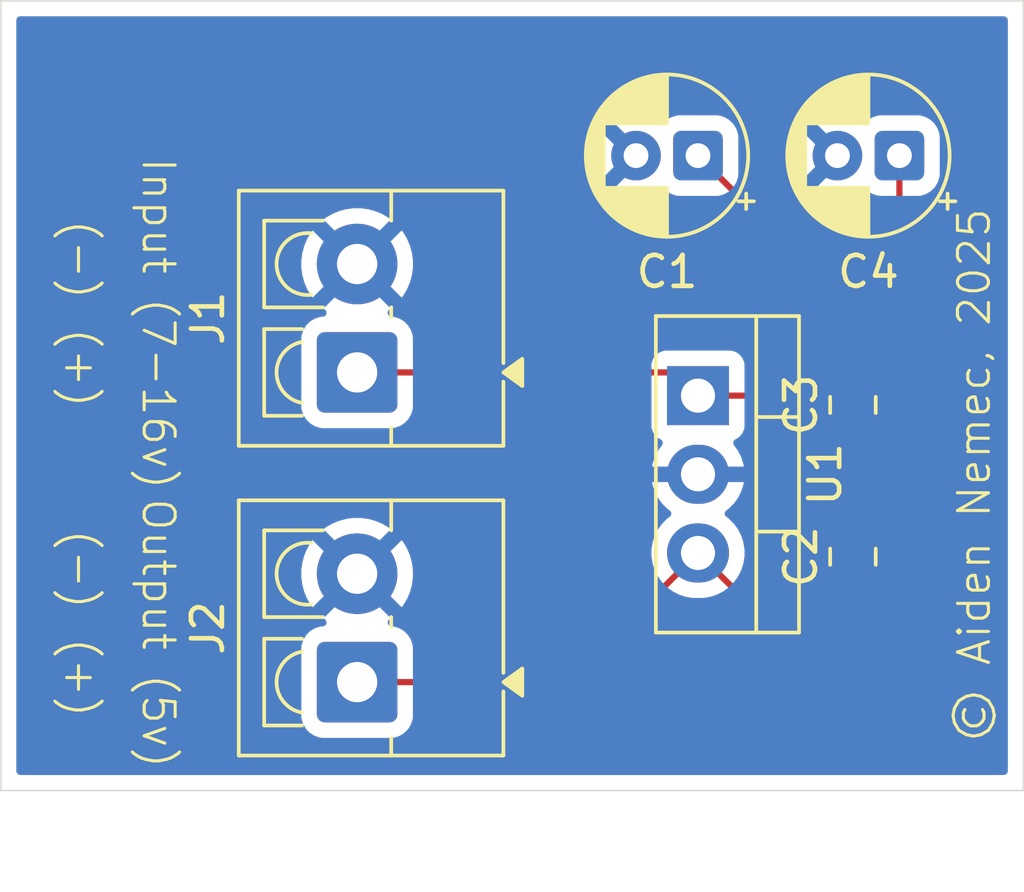
<source format=kicad_pcb>
(kicad_pcb (version 20241229) (generator "pcbnew") (generator_version "9.0")
  (layers (0 "F.Cu" signal) (2 "B.Cu" signal) (13 "F.Paste" user) (15 "B.Paste" user) (5 "F.SilkS" user "F.Silkscreen") (7 "B.SilkS" user "B.Silkscreen") (1 "F.Mask" user) (3 "B.Mask" user) (25 "Edge.Cuts" user))
  (net 0 "")
  (net 1 "GND")
  (net 2 "+12V")
  (net 3 "+5V")
  (net 4 "Net-(C1-Pad1)")
  (net 5 "Net-(C2-Pad2)")
  (footprint "Capacitor_SMD:C_0805_2012Metric" (layer "F.Cu") (at 40 58.95 90)
    (property "Reference" "C2" (at 0 -1.68 90) (layer "F.SilkS"))
    (property "Value" ".1 uF")
    (fp_line (start -0.261252 -0.735) (end 0.261252 -0.735) (stroke (width 0.12)) (layer "F.SilkS"))
    (fp_line (start -0.261252 0.735) (end 0.261252 0.735) (stroke (width 0.12)) (layer "F.SilkS"))
    (pad "1" smd roundrect (at -0.95 0 90) (size 1 1.45) (layers "F.Cu" "F.Mask" "F.Paste") (net 3 "+5V"))
    (pad "2" smd roundrect (at 0.95 0 90) (size 1 1.45) (layers "F.Cu" "F.Mask" "F.Paste") (net 5 "Net-(C2-Pad2)"))
  )
  (footprint "Capacitor_THT:CP_Radial_D5.0mm_P2.00mm" (layer "F.Cu") (at 41.5 46 180)
    (property "Reference" "C4" (at 1 -3.75 0) (layer "F.SilkS"))
    (property "Value" "47 uF")
    (fp_line (start 3.6 -0.283) (end 3.6 0.283) (stroke (width 0.12)) (layer "F.SilkS"))
    (fp_line (start 3.56 -0.517) (end 3.56 0.517) (stroke (width 0.12)) (layer "F.SilkS"))
    (fp_line (start 3.52 -0.677) (end 3.52 0.677) (stroke (width 0.12)) (layer "F.SilkS"))
    (fp_line (start 3.48 -0.805) (end 3.48 0.805) (stroke (width 0.12)) (layer "F.SilkS"))
    (fp_line (start 3.44 -0.914) (end 3.44 0.914) (stroke (width 0.12)) (layer "F.SilkS"))
    (fp_line (start 3.4 -1.011) (end 3.4 1.011) (stroke (width 0.12)) (layer "F.SilkS"))
    (fp_line (start 3.36 -1.098) (end 3.36 1.098) (stroke (width 0.12)) (layer "F.SilkS"))
    (fp_line (start 3.32 -1.177) (end 3.32 1.177) (stroke (width 0.12)) (layer "F.SilkS"))
    (fp_line (start 3.28 -1.251) (end 3.28 1.251) (stroke (width 0.12)) (layer "F.SilkS"))
    (fp_line (start 3.24 -1.319) (end 3.24 1.319) (stroke (width 0.12)) (layer "F.SilkS"))
    (fp_line (start 3.2 -1.383) (end 3.2 1.383) (stroke (width 0.12)) (layer "F.SilkS"))
    (fp_line (start 3.16 -1.443) (end 3.16 1.443) (stroke (width 0.12)) (layer "F.SilkS"))
    (fp_line (start 3.12 -1.499) (end 3.12 1.499) (stroke (width 0.12)) (layer "F.SilkS"))
    (fp_line (start 3.08 -1.553) (end 3.08 1.553) (stroke (width 0.12)) (layer "F.SilkS"))
    (fp_line (start 3.04 -1.604) (end 3.04 1.604) (stroke (width 0.12)) (layer "F.SilkS"))
    (fp_line (start 3 1.04) (end 3 1.652) (stroke (width 0.12)) (layer "F.SilkS"))
    (fp_line (start 3 -1.652) (end 3 -1.04) (stroke (width 0.12)) (layer "F.SilkS"))
    (fp_line (start 2.96 1.04) (end 2.96 1.699) (stroke (width 0.12)) (layer "F.SilkS"))
    (fp_line (start 2.96 -1.699) (end 2.96 -1.04) (stroke (width 0.12)) (layer "F.SilkS"))
    (fp_line (start 2.92 1.04) (end 2.92 1.743) (stroke (width 0.12)) (layer "F.SilkS"))
    (fp_line (start 2.92 -1.743) (end 2.92 -1.04) (stroke (width 0.12)) (layer "F.SilkS"))
    (fp_line (start 2.88 1.04) (end 2.88 1.785) (stroke (width 0.12)) (layer "F.SilkS"))
    (fp_line (start 2.88 -1.785) (end 2.88 -1.04) (stroke (width 0.12)) (layer "F.SilkS"))
    (fp_line (start 2.84 1.04) (end 2.84 1.825) (stroke (width 0.12)) (layer "F.SilkS"))
    (fp_line (start 2.84 -1.825) (end 2.84 -1.04) (stroke (width 0.12)) (layer "F.SilkS"))
    (fp_line (start 2.8 1.04) (end 2.8 1.864) (stroke (width 0.12)) (layer "F.SilkS"))
    (fp_line (start 2.8 -1.864) (end 2.8 -1.04) (stroke (width 0.12)) (layer "F.SilkS"))
    (fp_line (start 2.76 1.04) (end 2.76 1.901) (stroke (width 0.12)) (layer "F.SilkS"))
    (fp_line (start 2.76 -1.901) (end 2.76 -1.04) (stroke (width 0.12)) (layer "F.SilkS"))
    (fp_line (start 2.72 1.04) (end 2.72 1.936) (stroke (width 0.12)) (layer "F.SilkS"))
    (fp_line (start 2.72 -1.936) (end 2.72 -1.04) (stroke (width 0.12)) (layer "F.SilkS"))
    (fp_line (start 2.68 1.04) (end 2.68 1.97) (stroke (width 0.12)) (layer "F.SilkS"))
    (fp_line (start 2.68 -1.97) (end 2.68 -1.04) (stroke (width 0.12)) (layer "F.SilkS"))
    (fp_line (start 2.64 1.04) (end 2.64 2.003) (stroke (width 0.12)) (layer "F.SilkS"))
    (fp_line (start 2.64 -2.003) (end 2.64 -1.04) (stroke (width 0.12)) (layer "F.SilkS"))
    (fp_line (start 2.6 1.04) (end 2.6 2.035) (stroke (width 0.12)) (layer "F.SilkS"))
    (fp_line (start 2.6 -2.035) (end 2.6 -1.04) (stroke (width 0.12)) (layer "F.SilkS"))
    (fp_line (start 2.56 1.04) (end 2.56 2.065) (stroke (width 0.12)) (layer "F.SilkS"))
    (fp_line (start 2.56 -2.065) (end 2.56 -1.04) (stroke (width 0.12)) (layer "F.SilkS"))
    (fp_line (start 2.52 1.04) (end 2.52 2.094) (stroke (width 0.12)) (layer "F.SilkS"))
    (fp_line (start 2.52 -2.094) (end 2.52 -1.04) (stroke (width 0.12)) (layer "F.SilkS"))
    (fp_line (start 2.48 1.04) (end 2.48 2.122) (stroke (width 0.12)) (layer "F.SilkS"))
    (fp_line (start 2.48 -2.122) (end 2.48 -1.04) (stroke (width 0.12)) (layer "F.SilkS"))
    (fp_line (start 2.44 1.04) (end 2.44 2.149) (stroke (width 0.12)) (layer "F.SilkS"))
    (fp_line (start 2.44 -2.149) (end 2.44 -1.04) (stroke (width 0.12)) (layer "F.SilkS"))
    (fp_line (start 2.4 1.04) (end 2.4 2.175) (stroke (width 0.12)) (layer "F.SilkS"))
    (fp_line (start 2.4 -2.175) (end 2.4 -1.04) (stroke (width 0.12)) (layer "F.SilkS"))
    (fp_line (start 2.36 1.04) (end 2.36 2.199) (stroke (width 0.12)) (layer "F.SilkS"))
    (fp_line (start 2.36 -2.199) (end 2.36 -1.04) (stroke (width 0.12)) (layer "F.SilkS"))
    (fp_line (start 2.32 1.04) (end 2.32 2.223) (stroke (width 0.12)) (layer "F.SilkS"))
    (fp_line (start 2.32 -2.223) (end 2.32 -1.04) (stroke (width 0.12)) (layer "F.SilkS"))
    (fp_line (start 2.28 1.04) (end 2.28 2.246) (stroke (width 0.12)) (layer "F.SilkS"))
    (fp_line (start 2.28 -2.246) (end 2.28 -1.04) (stroke (width 0.12)) (layer "F.SilkS"))
    (fp_line (start 2.24 1.04) (end 2.24 2.268) (stroke (width 0.12)) (layer "F.SilkS"))
    (fp_line (start 2.24 -2.268) (end 2.24 -1.04) (stroke (width 0.12)) (layer "F.SilkS"))
    (fp_line (start 2.2 1.04) (end 2.2 2.289) (stroke (width 0.12)) (layer "F.SilkS"))
    (fp_line (start 2.2 -2.289) (end 2.2 -1.04) (stroke (width 0.12)) (layer "F.SilkS"))
    (fp_line (start 2.16 1.04) (end 2.16 2.309) (stroke (width 0.12)) (layer "F.SilkS"))
    (fp_line (start 2.16 -2.309) (end 2.16 -1.04) (stroke (width 0.12)) (layer "F.SilkS"))
    (fp_line (start 2.12 1.04) (end 2.12 2.329) (stroke (width 0.12)) (layer "F.SilkS"))
    (fp_line (start 2.12 -2.329) (end 2.12 -1.04) (stroke (width 0.12)) (layer "F.SilkS"))
    (fp_line (start 2.08 1.04) (end 2.08 2.347) (stroke (width 0.12)) (layer "F.SilkS"))
    (fp_line (start 2.08 -2.347) (end 2.08 -1.04) (stroke (width 0.12)) (layer "F.SilkS"))
    (fp_line (start 2.04 1.04) (end 2.04 2.365) (stroke (width 0.12)) (layer "F.SilkS"))
    (fp_line (start 2.04 -2.365) (end 2.04 -1.04) (stroke (width 0.12)) (layer "F.SilkS"))
    (fp_line (start 2 1.04) (end 2 2.382) (stroke (width 0.12)) (layer "F.SilkS"))
    (fp_line (start 2 -2.382) (end 2 -1.04) (stroke (width 0.12)) (layer "F.SilkS"))
    (fp_line (start 1.96 1.04) (end 1.96 2.398) (stroke (width 0.12)) (layer "F.SilkS"))
    (fp_line (start 1.96 -2.398) (end 1.96 -1.04) (stroke (width 0.12)) (layer "F.SilkS"))
    (fp_line (start 1.92 1.04) (end 1.92 2.413) (stroke (width 0.12)) (layer "F.SilkS"))
    (fp_line (start 1.92 -2.413) (end 1.92 -1.04) (stroke (width 0.12)) (layer "F.SilkS"))
    (fp_line (start 1.88 1.04) (end 1.88 2.428) (stroke (width 0.12)) (layer "F.SilkS"))
    (fp_line (start 1.88 -2.428) (end 1.88 -1.04) (stroke (width 0.12)) (layer "F.SilkS"))
    (fp_line (start 1.84 1.04) (end 1.84 2.442) (stroke (width 0.12)) (layer "F.SilkS"))
    (fp_line (start 1.84 -2.442) (end 1.84 -1.04) (stroke (width 0.12)) (layer "F.SilkS"))
    (fp_line (start 1.8 1.04) (end 1.8 2.455) (stroke (width 0.12)) (layer "F.SilkS"))
    (fp_line (start 1.8 -2.455) (end 1.8 -1.04) (stroke (width 0.12)) (layer "F.SilkS"))
    (fp_line (start 1.76 1.04) (end 1.76 2.467) (stroke (width 0.12)) (layer "F.SilkS"))
    (fp_line (start 1.76 -2.467) (end 1.76 -1.04) (stroke (width 0.12)) (layer "F.SilkS"))
    (fp_line (start 1.72 1.04) (end 1.72 2.479) (stroke (width 0.12)) (layer "F.SilkS"))
    (fp_line (start 1.72 -2.479) (end 1.72 -1.04) (stroke (width 0.12)) (layer "F.SilkS"))
    (fp_line (start 1.68 1.04) (end 1.68 2.49) (stroke (width 0.12)) (layer "F.SilkS"))
    (fp_line (start 1.68 -2.49) (end 1.68 -1.04) (stroke (width 0.12)) (layer "F.SilkS"))
    (fp_line (start 1.64 1.04) (end 1.64 2.501) (stroke (width 0.12)) (layer "F.SilkS"))
    (fp_line (start 1.64 -2.501) (end 1.64 -1.04) (stroke (width 0.12)) (layer "F.SilkS"))
    (fp_line (start 1.6 1.04) (end 1.6 2.51) (stroke (width 0.12)) (layer "F.SilkS"))
    (fp_line (start 1.6 -2.51) (end 1.6 -1.04) (stroke (width 0.12)) (layer "F.SilkS"))
    (fp_line (start 1.56 1.04) (end 1.56 2.519) (stroke (width 0.12)) (layer "F.SilkS"))
    (fp_line (start 1.56 -2.519) (end 1.56 -1.04) (stroke (width 0.12)) (layer "F.SilkS"))
    (fp_line (start 1.52 1.04) (end 1.52 2.528) (stroke (width 0.12)) (layer "F.SilkS"))
    (fp_line (start 1.52 -2.528) (end 1.52 -1.04) (stroke (width 0.12)) (layer "F.SilkS"))
    (fp_line (start 1.48 1.04) (end 1.48 2.536) (stroke (width 0.12)) (layer "F.SilkS"))
    (fp_line (start 1.48 -2.536) (end 1.48 -1.04) (stroke (width 0.12)) (layer "F.SilkS"))
    (fp_line (start 1.44 1.04) (end 1.44 2.543) (stroke (width 0.12)) (layer "F.SilkS"))
    (fp_line (start 1.44 -2.543) (end 1.44 -1.04) (stroke (width 0.12)) (layer "F.SilkS"))
    (fp_line (start 1.4 1.04) (end 1.4 2.549) (stroke (width 0.12)) (layer "F.SilkS"))
    (fp_line (start 1.4 -2.549) (end 1.4 -1.04) (stroke (width 0.12)) (layer "F.SilkS"))
    (fp_line (start 1.36 1.04) (end 1.36 2.555) (stroke (width 0.12)) (layer "F.SilkS"))
    (fp_line (start 1.36 -2.555) (end 1.36 -1.04) (stroke (width 0.12)) (layer "F.SilkS"))
    (fp_line (start 1.32 1.04) (end 1.32 2.56) (stroke (width 0.12)) (layer "F.SilkS"))
    (fp_line (start 1.32 -2.56) (end 1.32 -1.04) (stroke (width 0.12)) (layer "F.SilkS"))
    (fp_line (start 1.28 1.04) (end 1.28 2.565) (stroke (width 0.12)) (layer "F.SilkS"))
    (fp_line (start 1.28 -2.565) (end 1.28 -1.04) (stroke (width 0.12)) (layer "F.SilkS"))
    (fp_line (start 1.24 1.04) (end 1.24 2.569) (stroke (width 0.12)) (layer "F.SilkS"))
    (fp_line (start 1.24 -2.569) (end 1.24 -1.04) (stroke (width 0.12)) (layer "F.SilkS"))
    (fp_line (start 1.2 1.04) (end 1.2 2.572) (stroke (width 0.12)) (layer "F.SilkS"))
    (fp_line (start 1.2 -2.572) (end 1.2 -1.04) (stroke (width 0.12)) (layer "F.SilkS"))
    (fp_line (start 1.16 1.04) (end 1.16 2.575) (stroke (width 0.12)) (layer "F.SilkS"))
    (fp_line (start 1.16 -2.575) (end 1.16 -1.04) (stroke (width 0.12)) (layer "F.SilkS"))
    (fp_line (start 1.12 1.04) (end 1.12 2.577) (stroke (width 0.12)) (layer "F.SilkS"))
    (fp_line (start 1.12 -2.577) (end 1.12 -1.04) (stroke (width 0.12)) (layer "F.SilkS"))
    (fp_line (start 1.08 1.04) (end 1.08 2.579) (stroke (width 0.12)) (layer "F.SilkS"))
    (fp_line (start 1.08 -2.579) (end 1.08 -1.04) (stroke (width 0.12)) (layer "F.SilkS"))
    (fp_line (start 1.04 1.04) (end 1.04 2.58) (stroke (width 0.12)) (layer "F.SilkS"))
    (fp_line (start 1.04 -2.58) (end 1.04 -1.04) (stroke (width 0.12)) (layer "F.SilkS"))
    (fp_line (start 1 1.04) (end 1 2.58) (stroke (width 0.12)) (layer "F.SilkS"))
    (fp_line (start 1 -2.58) (end 1 -1.04) (stroke (width 0.12)) (layer "F.SilkS"))
    (fp_line (start -1.554775 -1.725) (end -1.554775 -1.225) (stroke (width 0.12)) (layer "F.SilkS"))
    (fp_line (start -1.804775 -1.475) (end -1.304775 -1.475) (stroke (width 0.12)) (layer "F.SilkS"))
    (fp_circle (center 1 0) (end 3.62 0) (stroke (width 0.12)) (fill no) (layer "F.SilkS"))
    (pad "1" thru_hole roundrect (at 0 0 180) (size 1.6 1.6) (drill 0.8) (layers "*.Cu" "*.Mask") (roundrect_rratio 0.15625) (net 5 "Net-(C2-Pad2)"))
    (pad "2" thru_hole circle (at 2 0 180) (size 1.6 1.6) (drill 0.8) (layers "*.Cu" "*.Mask") (net 1 "GND"))
  )
  (footprint "TerminalBlock_4Ucon:TerminalBlock_4Ucon_1x02_P3.50mm_Vertical" (layer "F.Cu") (at 24 53 90)
    (property "Reference" "J1" (at 1.75 -4.82 90) (layer "F.SilkS"))
    (property "Value" "Screw_Terminal_01x02")
    (fp_line (start 5.87 -3.82) (end 5.87 4.72) (stroke (width 0.12)) (layer "F.SilkS"))
    (fp_line (start -2.37 -3.82) (end 5.87 -3.82) (stroke (width 0.12)) (layer "F.SilkS"))
    (fp_line (start 4.9 -3) (end 4.9 -1.099) (stroke (width 0.12)) (layer "F.SilkS"))
    (fp_line (start 2.1 -3) (end 4.9 -3) (stroke (width 0.12)) (layer "F.SilkS"))
    (fp_line (start 1.4 -3) (end 1.4 -1.78) (stroke (width 0.12)) (layer "F.SilkS"))
    (fp_line (start -1.4 -3) (end 1.4 -3) (stroke (width 0.12)) (layer "F.SilkS"))
    (fp_line (start -1.4 -1.78) (end -1.4 -3) (stroke (width 0.12)) (layer "F.SilkS"))
    (fp_line (start 2.1 -1.099) (end 2.1 -3) (stroke (width 0.12)) (layer "F.SilkS"))
    (fp_line (start 4.899 1.1) (end 5.87 1.1) (stroke (width 0.12)) (layer "F.SilkS"))
    (fp_line (start 1.78 1.1) (end 2.101 1.1) (stroke (width 0.12)) (layer "F.SilkS"))
    (fp_line (start -2.37 1.1) (end -1.78 1.1) (stroke (width 0.12)) (layer "F.SilkS"))
    (fp_line (start 5.87 4.72) (end 0.3 4.72) (stroke (width 0.12)) (layer "F.SilkS"))
    (fp_line (start -0.3 4.72) (end -2.37 4.72) (stroke (width 0.12)) (layer "F.SilkS"))
    (fp_line (start -2.37 4.72) (end -2.37 -3.82) (stroke (width 0.12)) (layer "F.SilkS"))
    (fp_arc (start -0.984 -1.78) (mid 0 -2.6) (end 0.984 -1.78) (stroke (width 0.12)) (layer "F.SilkS"))
    (fp_arc (start 2.508 -1.478) (mid 3.5 -2.6) (end 4.492 -1.478) (stroke (width 0.12)) (layer "F.SilkS"))
    (fp_poly (pts (xy 0 4.72) (xy 0.44 5.33) (xy -0.44 5.33)) (stroke (width 0.12)) (fill yes) (layer "F.SilkS"))
    (pad "1" thru_hole roundrect (at 0 0 90) (size 2.6 2.6) (drill 1.3) (layers "*.Cu" "*.Mask") (roundrect_rratio 0.096154) (net 2 "+12V"))
    (pad "2" thru_hole circle (at 3.5 0 90) (size 2.6 2.6) (drill 1.3) (layers "*.Cu" "*.Mask") (net 1 "GND"))
  )
  (footprint "Package_TO_SOT_THT:TO-220-3_Vertical" (layer "F.Cu") (at 35 53.75 -90)
    (property "Reference" "U1" (at 2.54 -4.1 90) (layer "F.SilkS"))
    (property "Value" "LM7805_TO220")
    (fp_line (start -2.57 1.36) (end -2.57 -3.26) (stroke (width 0.12)) (layer "F.SilkS"))
    (fp_line (start 7.65 1.36) (end -2.57 1.36) (stroke (width 0.12)) (layer "F.SilkS"))
    (fp_line (start -2.57 -1.88) (end 7.65 -1.88) (stroke (width 0.12)) (layer "F.SilkS"))
    (fp_line (start -2.57 -3.26) (end 7.65 -3.26) (stroke (width 0.12)) (layer "F.SilkS"))
    (fp_line (start 0.69 -3.26) (end 0.69 -1.88) (stroke (width 0.12)) (layer "F.SilkS"))
    (fp_line (start 4.39 -3.26) (end 4.39 -1.88) (stroke (width 0.12)) (layer "F.SilkS"))
    (fp_line (start 7.65 -3.26) (end 7.65 1.36) (stroke (width 0.12)) (layer "F.SilkS"))
    (pad "1" thru_hole rect (at 0 0 270) (size 1.905 2) (drill 1.1) (layers "*.Cu" "*.Mask") (net 2 "+12V"))
    (pad "2" thru_hole oval (at 2.54 0 270) (size 1.905 2) (drill 1.1) (layers "*.Cu" "*.Mask") (net 1 "GND"))
    (pad "3" thru_hole oval (at 5.08 0 270) (size 1.905 2) (drill 1.1) (layers "*.Cu" "*.Mask") (net 3 "+5V"))
  )
  (footprint "TerminalBlock_4Ucon:TerminalBlock_4Ucon_1x02_P3.50mm_Vertical" (layer "F.Cu") (at 24 63 90)
    (property "Reference" "J2" (at 1.75 -4.82 90) (layer "F.SilkS"))
    (property "Value" "Screw_Terminal_01x02")
    (fp_line (start 5.87 -3.82) (end 5.87 4.72) (stroke (width 0.12)) (layer "F.SilkS"))
    (fp_line (start -2.37 -3.82) (end 5.87 -3.82) (stroke (width 0.12)) (layer "F.SilkS"))
    (fp_line (start 4.9 -3) (end 4.9 -1.099) (stroke (width 0.12)) (layer "F.SilkS"))
    (fp_line (start 2.1 -3) (end 4.9 -3) (stroke (width 0.12)) (layer "F.SilkS"))
    (fp_line (start 1.4 -3) (end 1.4 -1.78) (stroke (width 0.12)) (layer "F.SilkS"))
    (fp_line (start -1.4 -3) (end 1.4 -3) (stroke (width 0.12)) (layer "F.SilkS"))
    (fp_line (start -1.4 -1.78) (end -1.4 -3) (stroke (width 0.12)) (layer "F.SilkS"))
    (fp_line (start 2.1 -1.099) (end 2.1 -3) (stroke (width 0.12)) (layer "F.SilkS"))
    (fp_line (start 4.899 1.1) (end 5.87 1.1) (stroke (width 0.12)) (layer "F.SilkS"))
    (fp_line (start 1.78 1.1) (end 2.101 1.1) (stroke (width 0.12)) (layer "F.SilkS"))
    (fp_line (start -2.37 1.1) (end -1.78 1.1) (stroke (width 0.12)) (layer "F.SilkS"))
    (fp_line (start 5.87 4.72) (end 0.3 4.72) (stroke (width 0.12)) (layer "F.SilkS"))
    (fp_line (start -0.3 4.72) (end -2.37 4.72) (stroke (width 0.12)) (layer "F.SilkS"))
    (fp_line (start -2.37 4.72) (end -2.37 -3.82) (stroke (width 0.12)) (layer "F.SilkS"))
    (fp_arc (start -0.984 -1.78) (mid 0 -2.6) (end 0.984 -1.78) (stroke (width 0.12)) (layer "F.SilkS"))
    (fp_arc (start 2.508 -1.478) (mid 3.5 -2.6) (end 4.492 -1.478) (stroke (width 0.12)) (layer "F.SilkS"))
    (fp_poly (pts (xy 0 4.72) (xy 0.44 5.33) (xy -0.44 5.33)) (stroke (width 0.12)) (fill yes) (layer "F.SilkS"))
    (pad "1" thru_hole roundrect (at 0 0 90) (size 2.6 2.6) (drill 1.3) (layers "*.Cu" "*.Mask") (roundrect_rratio 0.096154) (net 3 "+5V"))
    (pad "2" thru_hole circle (at 3.5 0 90) (size 2.6 2.6) (drill 1.3) (layers "*.Cu" "*.Mask") (net 1 "GND"))
  )
  (footprint "Capacitor_SMD:C_0805_2012Metric" (layer "F.Cu") (at 40 54.05 90)
    (property "Reference" "C3" (at 0 -1.68 90) (layer "F.SilkS"))
    (property "Value" ".1 uF")
    (fp_line (start -0.261252 -0.735) (end 0.261252 -0.735) (stroke (width 0.12)) (layer "F.SilkS"))
    (fp_line (start -0.261252 0.735) (end 0.261252 0.735) (stroke (width 0.12)) (layer "F.SilkS"))
    (pad "1" smd roundrect (at -0.95 0 90) (size 1 1.45) (layers "F.Cu" "F.Mask" "F.Paste") (net 4 "Net-(C1-Pad1)"))
    (pad "2" smd roundrect (at 0.95 0 90) (size 1 1.45) (layers "F.Cu" "F.Mask" "F.Paste") (net 2 "+12V"))
  )
  (footprint "Capacitor_THT:CP_Radial_D5.0mm_P2.00mm" (layer "F.Cu") (at 35 46 180)
    (property "Reference" "C1" (at 1 -3.75 180) (layer "F.SilkS"))
    (property "Value" "47 uF")
    (fp_line (start 3.6 -0.283) (end 3.6 0.283) (stroke (width 0.12)) (layer "F.SilkS"))
    (fp_line (start 3.56 -0.517) (end 3.56 0.517) (stroke (width 0.12)) (layer "F.SilkS"))
    (fp_line (start 3.52 -0.677) (end 3.52 0.677) (stroke (width 0.12)) (layer "F.SilkS"))
    (fp_line (start 3.48 -0.805) (end 3.48 0.805) (stroke (width 0.12)) (layer "F.SilkS"))
    (fp_line (start 3.44 -0.914) (end 3.44 0.914) (stroke (width 0.12)) (layer "F.SilkS"))
    (fp_line (start 3.4 -1.011) (end 3.4 1.011) (stroke (width 0.12)) (layer "F.SilkS"))
    (fp_line (start 3.36 -1.098) (end 3.36 1.098) (stroke (width 0.12)) (layer "F.SilkS"))
    (fp_line (start 3.32 -1.177) (end 3.32 1.177) (stroke (width 0.12)) (layer "F.SilkS"))
    (fp_line (start 3.28 -1.251) (end 3.28 1.251) (stroke (width 0.12)) (layer "F.SilkS"))
    (fp_line (start 3.24 -1.319) (end 3.24 1.319) (stroke (width 0.12)) (layer "F.SilkS"))
    (fp_line (start 3.2 -1.383) (end 3.2 1.383) (stroke (width 0.12)) (layer "F.SilkS"))
    (fp_line (start 3.16 -1.443) (end 3.16 1.443) (stroke (width 0.12)) (layer "F.SilkS"))
    (fp_line (start 3.12 -1.499) (end 3.12 1.499) (stroke (width 0.12)) (layer "F.SilkS"))
    (fp_line (start 3.08 -1.553) (end 3.08 1.553) (stroke (width 0.12)) (layer "F.SilkS"))
    (fp_line (start 3.04 -1.604) (end 3.04 1.604) (stroke (width 0.12)) (layer "F.SilkS"))
    (fp_line (start 3 1.04) (end 3 1.652) (stroke (width 0.12)) (layer "F.SilkS"))
    (fp_line (start 3 -1.652) (end 3 -1.04) (stroke (width 0.12)) (layer "F.SilkS"))
    (fp_line (start 2.96 1.04) (end 2.96 1.699) (stroke (width 0.12)) (layer "F.SilkS"))
    (fp_line (start 2.96 -1.699) (end 2.96 -1.04) (stroke (width 0.12)) (layer "F.SilkS"))
    (fp_line (start 2.92 1.04) (end 2.92 1.743) (stroke (width 0.12)) (layer "F.SilkS"))
    (fp_line (start 2.92 -1.743) (end 2.92 -1.04) (stroke (width 0.12)) (layer "F.SilkS"))
    (fp_line (start 2.88 1.04) (end 2.88 1.785) (stroke (width 0.12)) (layer "F.SilkS"))
    (fp_line (start 2.88 -1.785) (end 2.88 -1.04) (stroke (width 0.12)) (layer "F.SilkS"))
    (fp_line (start 2.84 1.04) (end 2.84 1.825) (stroke (width 0.12)) (layer "F.SilkS"))
    (fp_line (start 2.84 -1.825) (end 2.84 -1.04) (stroke (width 0.12)) (layer "F.SilkS"))
    (fp_line (start 2.8 1.04) (end 2.8 1.864) (stroke (width 0.12)) (layer "F.SilkS"))
    (fp_line (start 2.8 -1.864) (end 2.8 -1.04) (stroke (width 0.12)) (layer "F.SilkS"))
    (fp_line (start 2.76 1.04) (end 2.76 1.901) (stroke (width 0.12)) (layer "F.SilkS"))
    (fp_line (start 2.76 -1.901) (end 2.76 -1.04) (stroke (width 0.12)) (layer "F.SilkS"))
    (fp_line (start 2.72 1.04) (end 2.72 1.936) (stroke (width 0.12)) (layer "F.SilkS"))
    (fp_line (start 2.72 -1.936) (end 2.72 -1.04) (stroke (width 0.12)) (layer "F.SilkS"))
    (fp_line (start 2.68 1.04) (end 2.68 1.97) (stroke (width 0.12)) (layer "F.SilkS"))
    (fp_line (start 2.68 -1.97) (end 2.68 -1.04) (stroke (width 0.12)) (layer "F.SilkS"))
    (fp_line (start 2.64 1.04) (end 2.64 2.003) (stroke (width 0.12)) (layer "F.SilkS"))
    (fp_line (start 2.64 -2.003) (end 2.64 -1.04) (stroke (width 0.12)) (layer "F.SilkS"))
    (fp_line (start 2.6 1.04) (end 2.6 2.035) (stroke (width 0.12)) (layer "F.SilkS"))
    (fp_line (start 2.6 -2.035) (end 2.6 -1.04) (stroke (width 0.12)) (layer "F.SilkS"))
    (fp_line (start 2.56 1.04) (end 2.56 2.065) (stroke (width 0.12)) (layer "F.SilkS"))
    (fp_line (start 2.56 -2.065) (end 2.56 -1.04) (stroke (width 0.12)) (layer "F.SilkS"))
    (fp_line (start 2.52 1.04) (end 2.52 2.094) (stroke (width 0.12)) (layer "F.SilkS"))
    (fp_line (start 2.52 -2.094) (end 2.52 -1.04) (stroke (width 0.12)) (layer "F.SilkS"))
    (fp_line (start 2.48 1.04) (end 2.48 2.122) (stroke (width 0.12)) (layer "F.SilkS"))
    (fp_line (start 2.48 -2.122) (end 2.48 -1.04) (stroke (width 0.12)) (layer "F.SilkS"))
    (fp_line (start 2.44 1.04) (end 2.44 2.149) (stroke (width 0.12)) (layer "F.SilkS"))
    (fp_line (start 2.44 -2.149) (end 2.44 -1.04) (stroke (width 0.12)) (layer "F.SilkS"))
    (fp_line (start 2.4 1.04) (end 2.4 2.175) (stroke (width 0.12)) (layer "F.SilkS"))
    (fp_line (start 2.4 -2.175) (end 2.4 -1.04) (stroke (width 0.12)) (layer "F.SilkS"))
    (fp_line (start 2.36 1.04) (end 2.36 2.199) (stroke (width 0.12)) (layer "F.SilkS"))
    (fp_line (start 2.36 -2.199) (end 2.36 -1.04) (stroke (width 0.12)) (layer "F.SilkS"))
    (fp_line (start 2.32 1.04) (end 2.32 2.223) (stroke (width 0.12)) (layer "F.SilkS"))
    (fp_line (start 2.32 -2.223) (end 2.32 -1.04) (stroke (width 0.12)) (layer "F.SilkS"))
    (fp_line (start 2.28 1.04) (end 2.28 2.246) (stroke (width 0.12)) (layer "F.SilkS"))
    (fp_line (start 2.28 -2.246) (end 2.28 -1.04) (stroke (width 0.12)) (layer "F.SilkS"))
    (fp_line (start 2.24 1.04) (end 2.24 2.268) (stroke (width 0.12)) (layer "F.SilkS"))
    (fp_line (start 2.24 -2.268) (end 2.24 -1.04) (stroke (width 0.12)) (layer "F.SilkS"))
    (fp_line (start 2.2 1.04) (end 2.2 2.289) (stroke (width 0.12)) (layer "F.SilkS"))
    (fp_line (start 2.2 -2.289) (end 2.2 -1.04) (stroke (width 0.12)) (layer "F.SilkS"))
    (fp_line (start 2.16 1.04) (end 2.16 2.309) (stroke (width 0.12)) (layer "F.SilkS"))
    (fp_line (start 2.16 -2.309) (end 2.16 -1.04) (stroke (width 0.12)) (layer "F.SilkS"))
    (fp_line (start 2.12 1.04) (end 2.12 2.329) (stroke (width 0.12)) (layer "F.SilkS"))
    (fp_line (start 2.12 -2.329) (end 2.12 -1.04) (stroke (width 0.12)) (layer "F.SilkS"))
    (fp_line (start 2.08 1.04) (end 2.08 2.347) (stroke (width 0.12)) (layer "F.SilkS"))
    (fp_line (start 2.08 -2.347) (end 2.08 -1.04) (stroke (width 0.12)) (layer "F.SilkS"))
    (fp_line (start 2.04 1.04) (end 2.04 2.365) (stroke (width 0.12)) (layer "F.SilkS"))
    (fp_line (start 2.04 -2.365) (end 2.04 -1.04) (stroke (width 0.12)) (layer "F.SilkS"))
    (fp_line (start 2 1.04) (end 2 2.382) (stroke (width 0.12)) (layer "F.SilkS"))
    (fp_line (start 2 -2.382) (end 2 -1.04) (stroke (width 0.12)) (layer "F.SilkS"))
    (fp_line (start 1.96 1.04) (end 1.96 2.398) (stroke (width 0.12)) (layer "F.SilkS"))
    (fp_line (start 1.96 -2.398) (end 1.96 -1.04) (stroke (width 0.12)) (layer "F.SilkS"))
    (fp_line (start 1.92 1.04) (end 1.92 2.413) (stroke (width 0.12)) (layer "F.SilkS"))
    (fp_line (start 1.92 -2.413) (end 1.92 -1.04) (stroke (width 0.12)) (layer "F.SilkS"))
    (fp_line (start 1.88 1.04) (end 1.88 2.428) (stroke (width 0.12)) (layer "F.SilkS"))
    (fp_line (start 1.88 -2.428) (end 1.88 -1.04) (stroke (width 0.12)) (layer "F.SilkS"))
    (fp_line (start 1.84 1.04) (end 1.84 2.442) (stroke (width 0.12)) (layer "F.SilkS"))
    (fp_line (start 1.84 -2.442) (end 1.84 -1.04) (stroke (width 0.12)) (layer "F.SilkS"))
    (fp_line (start 1.8 1.04) (end 1.8 2.455) (stroke (width 0.12)) (layer "F.SilkS"))
    (fp_line (start 1.8 -2.455) (end 1.8 -1.04) (stroke (width 0.12)) (layer "F.SilkS"))
    (fp_line (start 1.76 1.04) (end 1.76 2.467) (stroke (width 0.12)) (layer "F.SilkS"))
    (fp_line (start 1.76 -2.467) (end 1.76 -1.04) (stroke (width 0.12)) (layer "F.SilkS"))
    (fp_line (start 1.72 1.04) (end 1.72 2.479) (stroke (width 0.12)) (layer "F.SilkS"))
    (fp_line (start 1.72 -2.479) (end 1.72 -1.04) (stroke (width 0.12)) (layer "F.SilkS"))
    (fp_line (start 1.68 1.04) (end 1.68 2.49) (stroke (width 0.12)) (layer "F.SilkS"))
    (fp_line (start 1.68 -2.49) (end 1.68 -1.04) (stroke (width 0.12)) (layer "F.SilkS"))
    (fp_line (start 1.64 1.04) (end 1.64 2.501) (stroke (width 0.12)) (layer "F.SilkS"))
    (fp_line (start 1.64 -2.501) (end 1.64 -1.04) (stroke (width 0.12)) (layer "F.SilkS"))
    (fp_line (start 1.6 1.04) (end 1.6 2.51) (stroke (width 0.12)) (layer "F.SilkS"))
    (fp_line (start 1.6 -2.51) (end 1.6 -1.04) (stroke (width 0.12)) (layer "F.SilkS"))
    (fp_line (start 1.56 1.04) (end 1.56 2.519) (stroke (width 0.12)) (layer "F.SilkS"))
    (fp_line (start 1.56 -2.519) (end 1.56 -1.04) (stroke (width 0.12)) (layer "F.SilkS"))
    (fp_line (start 1.52 1.04) (end 1.52 2.528) (stroke (width 0.12)) (layer "F.SilkS"))
    (fp_line (start 1.52 -2.528) (end 1.52 -1.04) (stroke (width 0.12)) (layer "F.SilkS"))
    (fp_line (start 1.48 1.04) (end 1.48 2.536) (stroke (width 0.12)) (layer "F.SilkS"))
    (fp_line (start 1.48 -2.536) (end 1.48 -1.04) (stroke (width 0.12)) (layer "F.SilkS"))
    (fp_line (start 1.44 1.04) (end 1.44 2.543) (stroke (width 0.12)) (layer "F.SilkS"))
    (fp_line (start 1.44 -2.543) (end 1.44 -1.04) (stroke (width 0.12)) (layer "F.SilkS"))
    (fp_line (start 1.4 1.04) (end 1.4 2.549) (stroke (width 0.12)) (layer "F.SilkS"))
    (fp_line (start 1.4 -2.549) (end 1.4 -1.04) (stroke (width 0.12)) (layer "F.SilkS"))
    (fp_line (start 1.36 1.04) (end 1.36 2.555) (stroke (width 0.12)) (layer "F.SilkS"))
    (fp_line (start 1.36 -2.555) (end 1.36 -1.04) (stroke (width 0.12)) (layer "F.SilkS"))
    (fp_line (start 1.32 1.04) (end 1.32 2.56) (stroke (width 0.12)) (layer "F.SilkS"))
    (fp_line (start 1.32 -2.56) (end 1.32 -1.04) (stroke (width 0.12)) (layer "F.SilkS"))
    (fp_line (start 1.28 1.04) (end 1.28 2.565) (stroke (width 0.12)) (layer "F.SilkS"))
    (fp_line (start 1.28 -2.565) (end 1.28 -1.04) (stroke (width 0.12)) (layer "F.SilkS"))
    (fp_line (start 1.24 1.04) (end 1.24 2.569) (stroke (width 0.12)) (layer "F.SilkS"))
    (fp_line (start 1.24 -2.569) (end 1.24 -1.04) (stroke (width 0.12)) (layer "F.SilkS"))
    (fp_line (start 1.2 1.04) (end 1.2 2.572) (stroke (width 0.12)) (layer "F.SilkS"))
    (fp_line (start 1.2 -2.572) (end 1.2 -1.04) (stroke (width 0.12)) (layer "F.SilkS"))
    (fp_line (start 1.16 1.04) (end 1.16 2.575) (stroke (width 0.12)) (layer "F.SilkS"))
    (fp_line (start 1.16 -2.575) (end 1.16 -1.04) (stroke (width 0.12)) (layer "F.SilkS"))
    (fp_line (start 1.12 1.04) (end 1.12 2.577) (stroke (width 0.12)) (layer "F.SilkS"))
    (fp_line (start 1.12 -2.577) (end 1.12 -1.04) (stroke (width 0.12)) (layer "F.SilkS"))
    (fp_line (start 1.08 1.04) (end 1.08 2.579) (stroke (width 0.12)) (layer "F.SilkS"))
    (fp_line (start 1.08 -2.579) (end 1.08 -1.04) (stroke (width 0.12)) (layer "F.SilkS"))
    (fp_line (start 1.04 1.04) (end 1.04 2.58) (stroke (width 0.12)) (layer "F.SilkS"))
    (fp_line (start 1.04 -2.58) (end 1.04 -1.04) (stroke (width 0.12)) (layer "F.SilkS"))
    (fp_line (start 1 1.04) (end 1 2.58) (stroke (width 0.12)) (layer "F.SilkS"))
    (fp_line (start 1 -2.58) (end 1 -1.04) (stroke (width 0.12)) (layer "F.SilkS"))
    (fp_line (start -1.554775 -1.725) (end -1.554775 -1.225) (stroke (width 0.12)) (layer "F.SilkS"))
    (fp_line (start -1.804775 -1.475) (end -1.304775 -1.475) (stroke (width 0.12)) (layer "F.SilkS"))
    (fp_circle (center 1 0) (end 3.62 0) (stroke (width 0.12)) (fill no) (layer "F.SilkS"))
    (pad "1" thru_hole roundrect (at 0 0 180) (size 1.6 1.6) (drill 0.8) (layers "*.Cu" "*.Mask") (roundrect_rratio 0.15625) (net 4 "Net-(C1-Pad1)"))
    (pad "2" thru_hole circle (at 2 0 180) (size 1.6 1.6) (drill 0.8) (layers "*.Cu" "*.Mask") (net 1 "GND"))
  )
  (gr_rect (start 12.5 41) (end 45.5 66.5) (stroke (width 0.05)) (fill no) (layer "Edge.Cuts"))
  (gr_text "Input (7-16v)" (at 17 46 270) (layer "F.SilkS") (effects (font (size 1 1) (thickness 0.1)) (justify left bottom)))
  (gr_text "(-)\n" (at 14.5 58 270) (layer "F.SilkS") (effects (font (size 1 1) (thickness 0.1)) (justify left bottom)))
  (gr_text "(-)" (at 14.5 48 270) (layer "F.SilkS") (effects (font (size 1 1) (thickness 0.1)) (justify left bottom)))
  (gr_text "Output (5v)" (at 17 57 270) (layer "F.SilkS") (effects (font (size 1 1) (thickness 0.1)) (justify left bottom)))
  (gr_text "© Aiden Nemec, 2025" (at 44.5 65 90) (layer "F.SilkS") (effects (font (size 1 1) (thickness 0.1)) (justify left bottom)))
  (gr_text "(+)\n" (at 14.5 61.5 270) (layer "F.SilkS") (effects (font (size 1 1) (thickness 0.1)) (justify left bottom)))
  (gr_text "(+)\n" (at 14.5 51.5 270) (layer "F.SilkS") (effects (font (size 1 1) (thickness 0.1)) (justify left bottom)))
  (segment (start 39.35 53.75) (end 40 53.1) (width 0.2) (layer "F.Cu") (net 2))
  (segment (start 35 53.75) (end 39.35 53.75) (width 0.2) (layer "F.Cu") (net 2))
  (segment (start 24 53) (end 34.25 53) (width 0.2) (layer "F.Cu") (net 2))
  (segment (start 34.25 53) (end 35 53.75) (width 0.2) (layer "F.Cu") (net 2))
  (segment (start 36.07 59.9) (end 35 58.83) (width 0.2) (layer "F.Cu") (net 3))
  (segment (start 30.83 63) (end 35 58.83) (width 0.2) (layer "F.Cu") (net 3))
  (segment (start 40 59.9) (end 36.07 59.9) (width 0.2) (layer "F.Cu") (net 3))
  (segment (start 24 63) (end 30.83 63) (width 0.2) (layer "F.Cu") (net 3))
  (segment (start 41.026 52.026) (end 35 46) (width 0.2) (layer "F.Cu") (net 4))
  (segment (start 41.026 53.974) (end 41.026 52.026) (width 0.2) (layer "F.Cu") (net 4))
  (segment (start 40 55) (end 41.026 53.974) (width 0.2) (layer "F.Cu") (net 4))
  (segment (start 41.5 56.5) (end 40 58) (width 0.2) (layer "F.Cu") (net 5))
  (segment (start 41.5 46) (end 41.5 56.5) (width 0.2) (layer "F.Cu") (net 5))
  (zone (net 1) (net_name "GND") (layer "B.Cu") (connect_pads (clearance 0.5)) (min_thickness 0.25) (fill yes (thermal_gap 0.5) (thermal_bridge_width 0.5))
    (polygon (pts (xy 12.5 41) (xy 12.5 66.5) (xy 45.5 66.5) (xy 45.5 41)))
  )
)
</source>
